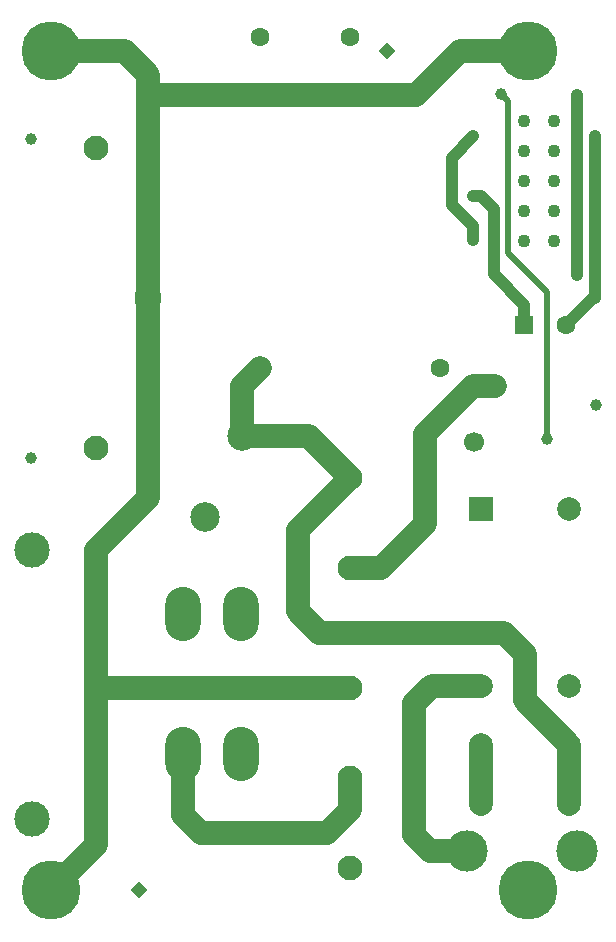
<source format=gbl>
G04*
G04 #@! TF.GenerationSoftware,Altium Limited,Altium Designer,25.4.2 (15)*
G04*
G04 Layer_Physical_Order=4*
G04 Layer_Color=15238730*
%FSLAX44Y44*%
%MOMM*%
G71*
G04*
G04 #@! TF.SameCoordinates,86A534FD-2627-434A-ABAE-2921FC8DE175*
G04*
G04*
G04 #@! TF.FilePolarity,Positive*
G04*
G01*
G75*
%ADD34C,1.0000*%
%ADD36C,2.0000*%
%ADD38C,1.0000*%
%ADD39C,0.5000*%
%ADD42C,1.1000*%
%ADD44C,1.6000*%
%ADD45C,3.5000*%
%ADD46C,2.1000*%
%ADD47C,2.3000*%
%ADD48R,1.6000X1.6000*%
%ADD49C,5.0000*%
%ADD50C,2.0000*%
%ADD51R,2.0000X2.0000*%
%ADD52C,1.7000*%
%ADD53O,3.0000X4.6000*%
%ADD54C,3.0000*%
%ADD55P,1.4142X4X180.0*%
%ADD56C,1.0160*%
%ADD57C,2.5000*%
D34*
X-840Y726000D02*
D03*
Y456000D02*
D03*
X476000Y627000D02*
D03*
X373000Y640000D02*
D03*
X476000Y728000D02*
D03*
X436000Y472000D02*
D03*
X397000Y764000D02*
D03*
X461000Y611000D02*
D03*
Y752000D02*
D03*
Y763000D02*
D03*
X477000Y501000D02*
D03*
X373000Y677400D02*
D03*
Y728200D02*
D03*
D36*
X98000Y591000D02*
Y780000D01*
X324809Y763000D02*
X361809Y800000D01*
X98000Y763000D02*
X324809D01*
X98000Y421600D02*
Y591000D01*
X417000Y250500D02*
X454500Y213000D01*
X417000Y250500D02*
Y290000D01*
X294800Y362800D02*
X332000Y400000D01*
Y475838D02*
X372899Y516736D01*
X332000Y400000D02*
Y475838D01*
X54000Y261200D02*
X269000D01*
X54000Y128000D02*
Y377600D01*
X16000Y90000D02*
X54000Y128000D01*
X177847Y516847D02*
X193000Y532000D01*
X372899Y516736D02*
X391375D01*
X54000Y377600D02*
X98000Y421600D01*
X338000Y263000D02*
X379500D01*
X323000Y248000D02*
X338000Y263000D01*
X323000Y137000D02*
Y248000D01*
X337000Y123000D02*
X368000D01*
X323000Y137000D02*
X337000Y123000D01*
X399000Y308000D02*
X417000Y290000D01*
X379500Y163000D02*
Y213000D01*
X243000Y308000D02*
X399000D01*
X454500Y163000D02*
Y213000D01*
X269000Y362800D02*
X294800D01*
X361809Y800000D02*
X420000D01*
X249397Y138397D02*
X269000Y158000D01*
Y185000D01*
X142603Y138397D02*
X249397D01*
X127300Y153700D02*
Y204750D01*
Y153700D02*
X142603Y138397D01*
X225000Y326000D02*
X243000Y308000D01*
X225000Y326000D02*
Y395000D01*
X269000Y439000D01*
X177847Y473987D02*
Y516847D01*
Y473987D02*
X234013D01*
X269000Y439000D01*
X16000Y800000D02*
X78000D01*
X98000Y780000D01*
D38*
X373000Y677400D02*
X380190D01*
X476000Y591500D02*
Y627000D01*
Y652000D01*
X355000Y670000D02*
Y710200D01*
X373000Y728200D01*
X416500Y568000D02*
Y585708D01*
X391000Y611208D02*
X416500Y585708D01*
X391000Y611208D02*
Y666590D01*
X380190Y677400D02*
X391000Y666590D01*
X451500Y568000D02*
X475000Y591500D01*
X476000Y652000D02*
Y728000D01*
X461000Y611000D02*
Y752000D01*
X461000D02*
Y763000D01*
X461000Y763000D01*
D39*
X435500Y472500D02*
Y546526D01*
Y472500D02*
X436000Y472000D01*
X397000Y764000D02*
X402945Y758055D01*
Y629055D02*
Y758055D01*
Y629055D02*
X435500Y596500D01*
Y546526D02*
Y596500D01*
D42*
X416300Y664600D02*
D03*
X441700D02*
D03*
Y639200D02*
D03*
X416300D02*
D03*
X441700Y690000D02*
D03*
X416300D02*
D03*
X441700Y715400D02*
D03*
Y740800D02*
D03*
X416300Y715400D02*
D03*
Y740800D02*
D03*
D44*
X193000Y812000D02*
D03*
X269000D02*
D03*
X345000Y532000D02*
D03*
X193000D02*
D03*
X451500Y568000D02*
D03*
D45*
X461000Y123000D02*
D03*
X368000D02*
D03*
D46*
X54160Y718001D02*
D03*
Y464000D02*
D03*
X269000Y108800D02*
D03*
Y185000D02*
D03*
Y439000D02*
D03*
Y362800D02*
D03*
Y261200D02*
D03*
D47*
X98160Y591000D02*
D03*
D48*
X416500Y568000D02*
D03*
D49*
X420000Y90000D02*
D03*
Y800000D02*
D03*
X16000Y90000D02*
D03*
Y800000D02*
D03*
D50*
X454500Y413000D02*
D03*
Y263000D02*
D03*
Y213000D02*
D03*
Y163000D02*
D03*
X379500D02*
D03*
Y213000D02*
D03*
Y263000D02*
D03*
D51*
Y413000D02*
D03*
D52*
X391375Y516736D02*
D03*
X374000Y469000D02*
D03*
D53*
X176800Y323650D02*
D03*
X127300D02*
D03*
X176800Y204750D02*
D03*
X127300D02*
D03*
D54*
X0Y378000D02*
D03*
Y150400D02*
D03*
D55*
X300000Y800000D02*
D03*
X90000Y90000D02*
D03*
D56*
X373000Y640000D02*
Y652000D01*
X355000Y670000D02*
X373000Y652000D01*
D57*
X146151Y406014D02*
D03*
X177847Y473987D02*
D03*
M02*

</source>
